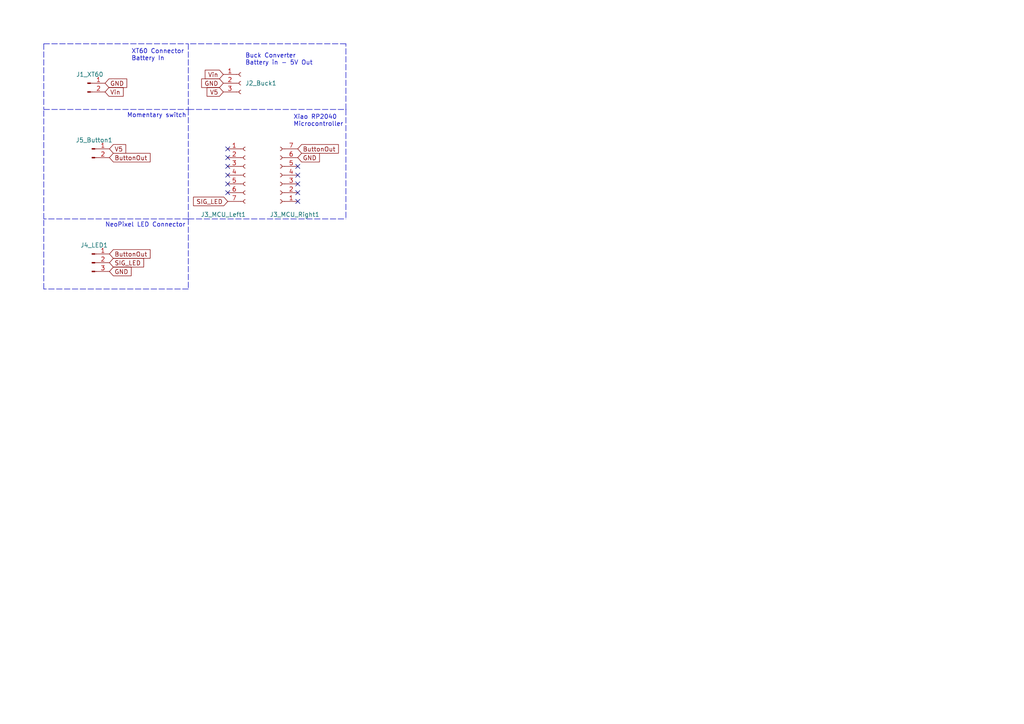
<source format=kicad_sch>
(kicad_sch (version 20211123) (generator eeschema)
  (paper "A4")
  (lib_symbols
    (symbol "Connector:Conn_01x02_Male" (pin_names (offset 1.016) hide)
      (property "Reference" "J" (at 0 2.54 0))
      (property "Value" "Conn_01x02_Male" (at 0 -5.08 0))
      (symbol "Conn_01x02_Male_1_1"
        (polyline (pts (xy 1.27 -2.54) (xy 0.8636 -2.54)) (stroke (width 0.1524)))
        (polyline (pts (xy 1.27 0) (xy 0.8636 0)) (stroke (width 0.1524)))
        (rectangle (start 0.8636 -2.413) (end 0 -2.667) (stroke (width 0.1524)) (fill (type outline)))
        (rectangle (start 0.8636 0.127) (end 0 -0.127) (stroke (width 0.1524)) (fill (type outline)))
        (pin passive line (at 5.08 0 180) (length 3.81) (name "Pin_1") (number "1"))
        (pin passive line (at 5.08 -2.54 180) (length 3.81) (name "Pin_2") (number "2"))
      )
    )
    (symbol "Connector:Conn_01x03_Female" (pin_names (offset 1.016) hide)
      (property "Reference" "J" (at 0 5.08 0))
      (property "Value" "Conn_01x03_Female" (at 0 -5.08 0))
      (symbol "Conn_01x03_Female_1_1"
        (arc (start 0 -2.032) (mid -0.508 -2.54) (end 0 -3.048) (stroke (width 0.1524)))
        (polyline (pts (xy -1.27 -2.54) (xy -0.508 -2.54)) (stroke (width 0.1524)))
        (polyline (pts (xy -1.27 0) (xy -0.508 0)) (stroke (width 0.1524)))
        (polyline (pts (xy -1.27 2.54) (xy -0.508 2.54)) (stroke (width 0.1524)))
        (arc (start 0 0.508) (mid -0.508 0) (end 0 -0.508) (stroke (width 0.1524)))
        (arc (start 0 3.048) (mid -0.508 2.54) (end 0 2.032) (stroke (width 0.1524)))
        (pin passive line (at -5.08 2.54 0) (length 3.81) (name "Pin_1") (number "1"))
        (pin passive line (at -5.08 0 0) (length 3.81) (name "Pin_2") (number "2"))
        (pin passive line (at -5.08 -2.54 0) (length 3.81) (name "Pin_3") (number "3"))
      )
    )
    (symbol "Connector:Conn_01x03_Male" (pin_names (offset 1.016) hide)
      (property "Reference" "J" (at 0 5.08 0))
      (property "Value" "Conn_01x03_Male" (at 0 -5.08 0))
      (symbol "Conn_01x03_Male_1_1"
        (polyline (pts (xy 1.27 -2.54) (xy 0.8636 -2.54)) (stroke (width 0.1524)))
        (polyline (pts (xy 1.27 0) (xy 0.8636 0)) (stroke (width 0.1524)))
        (polyline (pts (xy 1.27 2.54) (xy 0.8636 2.54)) (stroke (width 0.1524)))
        (rectangle (start 0.8636 -2.413) (end 0 -2.667) (stroke (width 0.1524)) (fill (type outline)))
        (rectangle (start 0.8636 0.127) (end 0 -0.127) (stroke (width 0.1524)) (fill (type outline)))
        (rectangle (start 0.8636 2.667) (end 0 2.413) (stroke (width 0.1524)) (fill (type outline)))
        (pin passive line (at 5.08 2.54 180) (length 3.81) (name "Pin_1") (number "1"))
        (pin passive line (at 5.08 0 180) (length 3.81) (name "Pin_2") (number "2"))
        (pin passive line (at 5.08 -2.54 180) (length 3.81) (name "Pin_3") (number "3"))
      )
    )
    (symbol "Connector:Conn_01x07_Female" (pin_names (offset 1.016) hide)
      (property "Reference" "J" (at 0 10.16 0))
      (property "Value" "Conn_01x07_Female" (at 0 -10.16 0))
      (symbol "Conn_01x07_Female_1_1"
        (arc (start 0 -7.112) (mid -0.508 -7.62) (end 0 -8.128) (stroke (width 0.1524)))
        (arc (start 0 -4.572) (mid -0.508 -5.08) (end 0 -5.588) (stroke (width 0.1524)))
        (arc (start 0 -2.032) (mid -0.508 -2.54) (end 0 -3.048) (stroke (width 0.1524)))
        (polyline (pts (xy -1.27 -7.62) (xy -0.508 -7.62)) (stroke (width 0.1524)))
        (polyline (pts (xy -1.27 -5.08) (xy -0.508 -5.08)) (stroke (width 0.1524)))
        (polyline (pts (xy -1.27 -2.54) (xy -0.508 -2.54)) (stroke (width 0.1524)))
        (polyline (pts (xy -1.27 0) (xy -0.508 0)) (stroke (width 0.1524)))
        (polyline (pts (xy -1.27 2.54) (xy -0.508 2.54)) (stroke (width 0.1524)))
        (polyline (pts (xy -1.27 5.08) (xy -0.508 5.08)) (stroke (width 0.1524)))
        (polyline (pts (xy -1.27 7.62) (xy -0.508 7.62)) (stroke (width 0.1524)))
        (arc (start 0 0.508) (mid -0.508 0) (end 0 -0.508) (stroke (width 0.1524)))
        (arc (start 0 3.048) (mid -0.508 2.54) (end 0 2.032) (stroke (width 0.1524)))
        (arc (start 0 5.588) (mid -0.508 5.08) (end 0 4.572) (stroke (width 0.1524)))
        (arc (start 0 8.128) (mid -0.508 7.62) (end 0 7.112) (stroke (width 0.1524)))
        (pin passive line (at -5.08 7.62 0) (length 3.81) (name "Pin_1") (number "1"))
        (pin passive line (at -5.08 5.08 0) (length 3.81) (name "Pin_2") (number "2"))
        (pin passive line (at -5.08 2.54 0) (length 3.81) (name "Pin_3") (number "3"))
        (pin passive line (at -5.08 0 0) (length 3.81) (name "Pin_4") (number "4"))
        (pin passive line (at -5.08 -2.54 0) (length 3.81) (name "Pin_5") (number "5"))
        (pin passive line (at -5.08 -5.08 0) (length 3.81) (name "Pin_6") (number "6"))
        (pin passive line (at -5.08 -7.62 0) (length 3.81) (name "Pin_7") (number "7"))
      )
    )
  )
  (no_connect (at 66.04 43.18))
  (no_connect (at 86.36 55.88))
  (no_connect (at 66.04 45.72))
  (no_connect (at 66.04 55.88))
  (no_connect (at 66.04 50.8))
  (no_connect (at 66.04 48.26))
  (no_connect (at 66.04 53.34))
  (no_connect (at 86.36 58.42))
  (no_connect (at 86.36 53.34))
  (no_connect (at 86.36 48.26))
  (no_connect (at 86.36 50.8))
  (polyline (pts (xy 54.61 63.5) (xy 100.33 63.5)))
  (polyline (pts (xy 54.61 31.75) (xy 100.33 31.75)))
  (polyline (pts (xy 54.61 31.75) (xy 54.61 63.5)))
  (polyline (pts (xy 100.33 12.7) (xy 54.61 12.7)))
  (polyline (pts (xy 54.61 63.5) (xy 12.7 63.5)))
  (polyline (pts (xy 100.33 31.75) (xy 100.33 12.7)))
  (polyline (pts (xy 12.7 83.82) (xy 12.7 63.5)))
  (polyline (pts (xy 54.61 12.7) (xy 54.61 31.75)))
  (polyline (pts (xy 54.61 83.82) (xy 12.7 83.82)))
  (polyline (pts (xy 100.33 31.75) (xy 100.33 63.5)))
  (polyline (pts (xy 12.7 63.5) (xy 12.7 31.75)))
  (polyline (pts (xy 12.7 12.7) (xy 54.61 12.7)))
  (polyline (pts (xy 12.7 12.7) (xy 12.7 31.75)))
  (polyline (pts (xy 54.61 63.5) (xy 54.61 83.82)))
  (polyline (pts (xy 12.7 31.75) (xy 54.61 31.75)))
  (text "Momentary switch" (at 36.83 34.29 0) (effects (font (size 1.27 1.27)) (justify left bottom)))
  (text "NeoPixel LED Connector\n" (at 30.48 66.04 0) (effects (font (size 1.27 1.27)) (justify left bottom)))
  (text "XT60 Connector\nBattery In" (at 38.1 17.78 0) (effects (font (size 1.27 1.27)) (justify left bottom)))
  (text "Xiao RP2040\nMicrocontroller" (at 85.09 36.83 0) (effects (font (size 1.27 1.27)) (justify left bottom)))
  (text "Buck Converter\nBattery in - 5V Out" (at 71.12 19.05 0) (effects (font (size 1.27 1.27)) (justify left bottom)))
  (global_label "ButtonOut" (shape input) (at 31.75 45.72 0) (property "Intersheet References" "${INTERSHEET_REFS}" (effects hide)))
  (global_label "Vin" (shape input) (at 64.77 21.59 180) (property "Intersheet References" "${INTERSHEET_REFS}" (effects hide)))
  (global_label "GND" (shape input) (at 64.77 24.13 180) (property "Intersheet References" "${INTERSHEET_REFS}" (effects hide)))
  (global_label "GND" (shape input) (at 31.75 78.74 0) (property "Intersheet References" "${INTERSHEET_REFS}" (effects hide)))
  (global_label "SIG_LED" (shape input) (at 31.75 76.2 0) (property "Intersheet References" "${INTERSHEET_REFS}" (effects hide)))
  (global_label "GND" (shape input) (at 30.48 24.13 0) (property "Intersheet References" "${INTERSHEET_REFS}" (effects hide)))
  (global_label "Vin" (shape input) (at 30.48 26.67 0) (property "Intersheet References" "${INTERSHEET_REFS}" (effects hide)))
  (global_label "GND" (shape input) (at 86.36 45.72 0) (property "Intersheet References" "${INTERSHEET_REFS}" (effects hide)))
  (global_label "V5" (shape input) (at 31.75 43.18 0) (property "Intersheet References" "${INTERSHEET_REFS}" (effects hide)))
  (global_label "SIG_LED" (shape input) (at 66.04 58.42 180) (property "Intersheet References" "${INTERSHEET_REFS}" (effects hide)))
  (global_label "V5" (shape input) (at 64.77 26.67 180) (property "Intersheet References" "${INTERSHEET_REFS}" (effects hide)))
  (global_label "ButtonOut" (shape input) (at 86.36 43.18 0) (property "Intersheet References" "${INTERSHEET_REFS}" (effects hide)))
  (global_label "ButtonOut" (shape input) (at 31.75 73.66 0) (property "Intersheet References" "${INTERSHEET_REFS}" (effects hide)))
  (symbol (lib_id "Connector:Conn_01x02_Male") (at 26.67 43.18 0) (unit 1)
    (property "Reference" "J5_Button1" (at 27.305 40.64 0))
    (property "Value" "Conn_01x02_Male" (effects hide))
    (property "Footprint" "Connector_PinHeader_2.54mm:PinHeader_1x02_P2.54mm_Vertical" (effects hide))
  )
  (symbol (lib_id "Connector:Conn_01x03_Female") (at 69.85 24.13 0) (unit 1)
    (property "Reference" "J2_Buck1" (at 71.12 24.1299 0) (effects (justify left)))
    (property "Value" "Conn_01x03_Female" (effects hide))
    (property "Footprint" "Connector_PinSocket_2.54mm:PinSocket_1x03_P2.54mm_Vertical" (effects hide))
  )
  (symbol (lib_id "Connector:Conn_01x07_Female") (at 81.28 50.8 180) (unit 1)
    (property "Reference" "J3_MCU_Right1" (at 92.71 62.23 0) (effects (justify left)))
    (property "Value" "Conn_01x07_Female" (effects hide))
    (property "Footprint" "Connector_PinSocket_2.54mm:PinSocket_1x07_P2.54mm_Vertical" (effects hide))
  )
  (symbol (lib_id "Connector:Conn_01x07_Female") (at 71.12 50.8 0) (unit 1)
    (property "Reference" "J3_MCU_Left1" (at 64.77 62.23 0))
    (property "Value" "Conn_01x07_Female" (effects hide))
    (property "Footprint" "Connector_PinSocket_2.54mm:PinSocket_1x07_P2.54mm_Vertical" (effects hide))
  )
  (symbol (lib_id "Connector:Conn_01x03_Male") (at 26.67 76.2 0) (unit 1)
    (property "Reference" "J4_LED1" (at 27.305 71.12 0))
    (property "Value" "Conn_01x03_Male" (effects hide))
    (property "Footprint" "Connector_PinHeader_2.54mm:PinHeader_1x03_P2.54mm_Vertical" (effects hide))
  )
  (symbol (lib_id "Connector:Conn_01x02_Male") (at 25.4 24.13 0) (unit 1)
    (property "Reference" "J1_XT60" (at 26.035 21.59 0))
    (property "Value" "Conn_01x02_Male" (effects hide))
    (property "Footprint" "Connector_AMASS:AMASS_XT60-M_1x02_P7.20mm_Vertical" (effects hide))
  )
)
</source>
